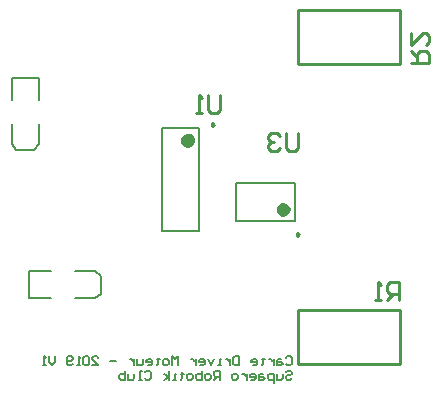
<source format=gbo>
G04 Layer_Color=32896*
%FSLAX25Y25*%
%MOIN*%
G70*
G01*
G75*
%ADD29C,0.01000*%
%ADD30C,0.00787*%
%ADD46C,0.00984*%
%ADD47C,0.02362*%
%ADD48C,0.00500*%
D29*
X96689Y24689D02*
X130689D01*
X96689Y6689D02*
Y24689D01*
Y6689D02*
X130689D01*
Y24689D01*
Y106689D02*
Y124689D01*
X96689Y106689D02*
X130689D01*
X96689D02*
Y124689D01*
X130689D01*
X134189Y107189D02*
X140187D01*
Y110188D01*
X139187Y111188D01*
X137188D01*
X136188Y110188D01*
Y107189D01*
Y109188D02*
X134189Y111188D01*
Y117186D02*
Y113187D01*
X138188Y117186D01*
X139187D01*
X140187Y116186D01*
Y114187D01*
X139187Y113187D01*
X130189Y28189D02*
Y34187D01*
X127190D01*
X126190Y33187D01*
Y31188D01*
X127190Y30188D01*
X130189D01*
X128190D02*
X126190Y28189D01*
X124191D02*
X122192D01*
X123191D01*
Y34187D01*
X124191Y33187D01*
X70489Y96487D02*
Y91489D01*
X69489Y90489D01*
X67490D01*
X66490Y91489D01*
Y96487D01*
X64491Y90489D02*
X62492D01*
X63491D01*
Y96487D01*
X64491Y95487D01*
X96489Y83687D02*
Y78689D01*
X95489Y77689D01*
X93490D01*
X92490Y78689D01*
Y83687D01*
X90491Y82687D02*
X89491Y83687D01*
X87492D01*
X86492Y82687D01*
Y81688D01*
X87492Y80688D01*
X88492D01*
X87492D01*
X86492Y79688D01*
Y78689D01*
X87492Y77689D01*
X89491D01*
X90491Y78689D01*
D30*
X6772Y37716D02*
X14252D01*
X6772Y28661D02*
X14252D01*
X6772D02*
Y37716D01*
X30787Y30236D02*
Y36142D01*
X22126Y37716D02*
X28819D01*
Y28661D02*
X30787Y30236D01*
X28819Y37716D02*
X30787Y36142D01*
X22126Y28661D02*
X28819D01*
X63760Y51063D02*
Y85315D01*
X51161Y51063D02*
Y85315D01*
X63760D01*
X51161Y51063D02*
X63760D01*
X10216Y94784D02*
Y102264D01*
X1161Y94784D02*
Y102264D01*
X10216D01*
X2736Y78248D02*
X8642D01*
X10216Y80216D02*
Y86910D01*
X1161Y80216D02*
X2736Y78248D01*
X8642D02*
X10216Y80216D01*
X1161Y80216D02*
Y86910D01*
X75846Y54390D02*
X95531D01*
X75846Y66988D02*
X95531D01*
Y54390D02*
Y66988D01*
X75846Y54390D02*
Y66988D01*
D46*
X68681Y86535D02*
X67943Y86962D01*
Y86109D01*
X68681Y86535D01*
X97028Y49961D02*
X96289Y50387D01*
Y49534D01*
X97028Y49961D01*
D47*
X61004Y81378D02*
X60559Y82301D01*
X59560Y82529D01*
X58759Y81890D01*
Y80866D01*
X59560Y80226D01*
X60559Y80454D01*
X61004Y81378D01*
X92776Y58327D02*
X92331Y59250D01*
X91332Y59478D01*
X90530Y58839D01*
Y57814D01*
X91332Y57175D01*
X92331Y57403D01*
X92776Y58327D01*
D48*
X92501Y8798D02*
X93001Y9297D01*
X94000D01*
X94500Y8798D01*
Y6798D01*
X94000Y6299D01*
X93001D01*
X92501Y6798D01*
X91001Y8298D02*
X90001D01*
X89502Y7798D01*
Y6299D01*
X91001D01*
X91501Y6798D01*
X91001Y7298D01*
X89502D01*
X88502Y8298D02*
Y6299D01*
Y7298D01*
X88002Y7798D01*
X87502Y8298D01*
X87002D01*
X85003Y8798D02*
Y8298D01*
X85503D01*
X84503D01*
X85003D01*
Y6798D01*
X84503Y6299D01*
X81504D02*
X82504D01*
X83004Y6798D01*
Y7798D01*
X82504Y8298D01*
X81504D01*
X81004Y7798D01*
Y7298D01*
X83004D01*
X77006Y9297D02*
Y6299D01*
X75506D01*
X75006Y6798D01*
Y8798D01*
X75506Y9297D01*
X77006D01*
X74007Y8298D02*
Y6299D01*
Y7298D01*
X73507Y7798D01*
X73007Y8298D01*
X72507D01*
X71008Y6299D02*
X70008D01*
X70508D01*
Y8298D01*
X71008D01*
X68508D02*
X67509Y6299D01*
X66509Y8298D01*
X64010Y6299D02*
X65009D01*
X65509Y6798D01*
Y7798D01*
X65009Y8298D01*
X64010D01*
X63510Y7798D01*
Y7298D01*
X65509D01*
X62510Y8298D02*
Y6299D01*
Y7298D01*
X62011Y7798D01*
X61511Y8298D01*
X61011D01*
X56512Y6299D02*
Y9297D01*
X55513Y8298D01*
X54513Y9297D01*
Y6299D01*
X53013D02*
X52014D01*
X51514Y6798D01*
Y7798D01*
X52014Y8298D01*
X53013D01*
X53513Y7798D01*
Y6798D01*
X53013Y6299D01*
X50014Y8798D02*
Y8298D01*
X50514D01*
X49515D01*
X50014D01*
Y6798D01*
X49515Y6299D01*
X46516D02*
X47515D01*
X48015Y6798D01*
Y7798D01*
X47515Y8298D01*
X46516D01*
X46016Y7798D01*
Y7298D01*
X48015D01*
X45016Y8298D02*
Y6798D01*
X44516Y6299D01*
X43017D01*
Y8298D01*
X42017D02*
Y6299D01*
Y7298D01*
X41517Y7798D01*
X41017Y8298D01*
X40518D01*
X36019Y7798D02*
X34020D01*
X28021Y6299D02*
X30021D01*
X28021Y8298D01*
Y8798D01*
X28521Y9297D01*
X29521D01*
X30021Y8798D01*
X27022D02*
X26522Y9297D01*
X25522D01*
X25023Y8798D01*
Y6798D01*
X25522Y6299D01*
X26522D01*
X27022Y6798D01*
Y8798D01*
X24023Y6299D02*
X23023D01*
X23523D01*
Y9297D01*
X24023Y8798D01*
X21524Y6798D02*
X21024Y6299D01*
X20024D01*
X19524Y6798D01*
Y8798D01*
X20024Y9297D01*
X21024D01*
X21524Y8798D01*
Y8298D01*
X21024Y7798D01*
X19524D01*
X15526Y9297D02*
Y7298D01*
X14526Y6299D01*
X13526Y7298D01*
Y9297D01*
X12527Y6299D02*
X11527D01*
X12027D01*
Y9297D01*
X12527Y8798D01*
X92501Y3999D02*
X93001Y4499D01*
X94000D01*
X94500Y3999D01*
Y3499D01*
X94000Y2999D01*
X93001D01*
X92501Y2499D01*
Y2000D01*
X93001Y1500D01*
X94000D01*
X94500Y2000D01*
X91501Y3499D02*
Y2000D01*
X91001Y1500D01*
X89502D01*
Y3499D01*
X88502Y500D02*
Y3499D01*
X87002D01*
X86503Y2999D01*
Y2000D01*
X87002Y1500D01*
X88502D01*
X85003Y3499D02*
X84003D01*
X83504Y2999D01*
Y1500D01*
X85003D01*
X85503Y2000D01*
X85003Y2499D01*
X83504D01*
X81004Y1500D02*
X82004D01*
X82504Y2000D01*
Y2999D01*
X82004Y3499D01*
X81004D01*
X80505Y2999D01*
Y2499D01*
X82504D01*
X79505Y3499D02*
Y1500D01*
Y2499D01*
X79005Y2999D01*
X78505Y3499D01*
X78005D01*
X76006Y1500D02*
X75006D01*
X74506Y2000D01*
Y2999D01*
X75006Y3499D01*
X76006D01*
X76506Y2999D01*
Y2000D01*
X76006Y1500D01*
X70508D02*
Y4499D01*
X69008D01*
X68508Y3999D01*
Y2999D01*
X69008Y2499D01*
X70508D01*
X69508D02*
X68508Y1500D01*
X67009D02*
X66009D01*
X65509Y2000D01*
Y2999D01*
X66009Y3499D01*
X67009D01*
X67509Y2999D01*
Y2000D01*
X67009Y1500D01*
X64510Y4499D02*
Y1500D01*
X63010D01*
X62510Y2000D01*
Y2499D01*
Y2999D01*
X63010Y3499D01*
X64510D01*
X61011Y1500D02*
X60011D01*
X59511Y2000D01*
Y2999D01*
X60011Y3499D01*
X61011D01*
X61511Y2999D01*
Y2000D01*
X61011Y1500D01*
X58012Y3999D02*
Y3499D01*
X58512D01*
X57512D01*
X58012D01*
Y2000D01*
X57512Y1500D01*
X56012D02*
X55013D01*
X55513D01*
Y3499D01*
X56012D01*
X53513Y1500D02*
Y4499D01*
Y2499D02*
X52014Y3499D01*
X53513Y2499D02*
X52014Y1500D01*
X45516Y3999D02*
X46016Y4499D01*
X47015D01*
X47515Y3999D01*
Y2000D01*
X47015Y1500D01*
X46016D01*
X45516Y2000D01*
X44516Y1500D02*
X43516D01*
X44016D01*
Y4499D01*
X44516D01*
X42017Y3499D02*
Y2000D01*
X41517Y1500D01*
X40018D01*
Y3499D01*
X39018Y4499D02*
Y1500D01*
X37518D01*
X37019Y2000D01*
Y2499D01*
Y2999D01*
X37518Y3499D01*
X39018D01*
M02*

</source>
